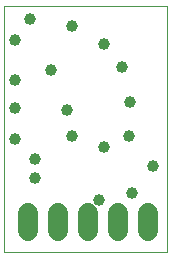
<source format=gbs>
G75*
%MOIN*%
%OFA0B0*%
%FSLAX24Y24*%
%IPPOS*%
%LPD*%
%AMOC8*
5,1,8,0,0,1.08239X$1,22.5*
%
%ADD10C,0.0000*%
%ADD11C,0.0651*%
%ADD12C,0.0397*%
D10*
X000667Y001133D02*
X000667Y009328D01*
X006084Y009328D01*
X006084Y001133D01*
X000667Y001133D01*
D11*
X001467Y001838D02*
X001467Y002429D01*
X002467Y002429D02*
X002467Y001838D01*
X003467Y001838D02*
X003467Y002429D01*
X004467Y002429D02*
X004467Y001838D01*
X005467Y001838D02*
X005467Y002429D01*
D12*
X004917Y003108D03*
X003842Y002858D03*
X005617Y003983D03*
X004817Y004983D03*
X003992Y004633D03*
X002932Y004983D03*
X002767Y005858D03*
X002217Y007183D03*
X001017Y006858D03*
X001017Y005933D03*
X001017Y004883D03*
X001714Y004232D03*
X001692Y003608D03*
X004867Y006133D03*
X004592Y007283D03*
X003992Y008058D03*
X002942Y008658D03*
X001542Y008908D03*
X001017Y008183D03*
M02*

</source>
